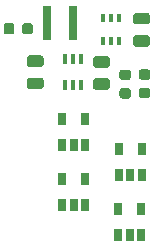
<source format=gbr>
G04 #@! TF.GenerationSoftware,KiCad,Pcbnew,(5.1.5)-3*
G04 #@! TF.CreationDate,2020-08-04T19:08:33+10:00*
G04 #@! TF.ProjectId,Interconnect,496e7465-7263-46f6-9e6e-6563742e6b69,rev 0.2*
G04 #@! TF.SameCoordinates,Original*
G04 #@! TF.FileFunction,Paste,Top*
G04 #@! TF.FilePolarity,Positive*
%FSLAX46Y46*%
G04 Gerber Fmt 4.6, Leading zero omitted, Abs format (unit mm)*
G04 Created by KiCad (PCBNEW (5.1.5)-3) date 2020-08-04 19:08:33*
%MOMM*%
%LPD*%
G04 APERTURE LIST*
%ADD10C,0.020000*%
%ADD11R,0.400000X0.650000*%
%ADD12R,0.650000X1.060000*%
%ADD13R,0.400000X0.900000*%
%ADD14R,0.800000X2.900000*%
G04 APERTURE END LIST*
D10*
G36*
X165123691Y-91869553D02*
G01*
X165144926Y-91872703D01*
X165165750Y-91877919D01*
X165185962Y-91885151D01*
X165205368Y-91894330D01*
X165223781Y-91905366D01*
X165241024Y-91918154D01*
X165256930Y-91932570D01*
X165271346Y-91948476D01*
X165284134Y-91965719D01*
X165295170Y-91984132D01*
X165304349Y-92003538D01*
X165311581Y-92023750D01*
X165316797Y-92044574D01*
X165319947Y-92065809D01*
X165321000Y-92087250D01*
X165321000Y-92524750D01*
X165319947Y-92546191D01*
X165316797Y-92567426D01*
X165311581Y-92588250D01*
X165304349Y-92608462D01*
X165295170Y-92627868D01*
X165284134Y-92646281D01*
X165271346Y-92663524D01*
X165256930Y-92679430D01*
X165241024Y-92693846D01*
X165223781Y-92706634D01*
X165205368Y-92717670D01*
X165185962Y-92726849D01*
X165165750Y-92734081D01*
X165144926Y-92739297D01*
X165123691Y-92742447D01*
X165102250Y-92743500D01*
X164589750Y-92743500D01*
X164568309Y-92742447D01*
X164547074Y-92739297D01*
X164526250Y-92734081D01*
X164506038Y-92726849D01*
X164486632Y-92717670D01*
X164468219Y-92706634D01*
X164450976Y-92693846D01*
X164435070Y-92679430D01*
X164420654Y-92663524D01*
X164407866Y-92646281D01*
X164396830Y-92627868D01*
X164387651Y-92608462D01*
X164380419Y-92588250D01*
X164375203Y-92567426D01*
X164372053Y-92546191D01*
X164371000Y-92524750D01*
X164371000Y-92087250D01*
X164372053Y-92065809D01*
X164375203Y-92044574D01*
X164380419Y-92023750D01*
X164387651Y-92003538D01*
X164396830Y-91984132D01*
X164407866Y-91965719D01*
X164420654Y-91948476D01*
X164435070Y-91932570D01*
X164450976Y-91918154D01*
X164468219Y-91905366D01*
X164486632Y-91894330D01*
X164506038Y-91885151D01*
X164526250Y-91877919D01*
X164547074Y-91872703D01*
X164568309Y-91869553D01*
X164589750Y-91868500D01*
X165102250Y-91868500D01*
X165123691Y-91869553D01*
G37*
G36*
X165123691Y-90294553D02*
G01*
X165144926Y-90297703D01*
X165165750Y-90302919D01*
X165185962Y-90310151D01*
X165205368Y-90319330D01*
X165223781Y-90330366D01*
X165241024Y-90343154D01*
X165256930Y-90357570D01*
X165271346Y-90373476D01*
X165284134Y-90390719D01*
X165295170Y-90409132D01*
X165304349Y-90428538D01*
X165311581Y-90448750D01*
X165316797Y-90469574D01*
X165319947Y-90490809D01*
X165321000Y-90512250D01*
X165321000Y-90949750D01*
X165319947Y-90971191D01*
X165316797Y-90992426D01*
X165311581Y-91013250D01*
X165304349Y-91033462D01*
X165295170Y-91052868D01*
X165284134Y-91071281D01*
X165271346Y-91088524D01*
X165256930Y-91104430D01*
X165241024Y-91118846D01*
X165223781Y-91131634D01*
X165205368Y-91142670D01*
X165185962Y-91151849D01*
X165165750Y-91159081D01*
X165144926Y-91164297D01*
X165123691Y-91167447D01*
X165102250Y-91168500D01*
X164589750Y-91168500D01*
X164568309Y-91167447D01*
X164547074Y-91164297D01*
X164526250Y-91159081D01*
X164506038Y-91151849D01*
X164486632Y-91142670D01*
X164468219Y-91131634D01*
X164450976Y-91118846D01*
X164435070Y-91104430D01*
X164420654Y-91088524D01*
X164407866Y-91071281D01*
X164396830Y-91052868D01*
X164387651Y-91033462D01*
X164380419Y-91013250D01*
X164375203Y-90992426D01*
X164372053Y-90971191D01*
X164371000Y-90949750D01*
X164371000Y-90512250D01*
X164372053Y-90490809D01*
X164375203Y-90469574D01*
X164380419Y-90448750D01*
X164387651Y-90428538D01*
X164396830Y-90409132D01*
X164407866Y-90390719D01*
X164420654Y-90373476D01*
X164435070Y-90357570D01*
X164450976Y-90343154D01*
X164468219Y-90330366D01*
X164486632Y-90319330D01*
X164506038Y-90310151D01*
X164526250Y-90302919D01*
X164547074Y-90297703D01*
X164568309Y-90294553D01*
X164589750Y-90293500D01*
X165102250Y-90293500D01*
X165123691Y-90294553D01*
G37*
G36*
X163472691Y-90317553D02*
G01*
X163493926Y-90320703D01*
X163514750Y-90325919D01*
X163534962Y-90333151D01*
X163554368Y-90342330D01*
X163572781Y-90353366D01*
X163590024Y-90366154D01*
X163605930Y-90380570D01*
X163620346Y-90396476D01*
X163633134Y-90413719D01*
X163644170Y-90432132D01*
X163653349Y-90451538D01*
X163660581Y-90471750D01*
X163665797Y-90492574D01*
X163668947Y-90513809D01*
X163670000Y-90535250D01*
X163670000Y-90972750D01*
X163668947Y-90994191D01*
X163665797Y-91015426D01*
X163660581Y-91036250D01*
X163653349Y-91056462D01*
X163644170Y-91075868D01*
X163633134Y-91094281D01*
X163620346Y-91111524D01*
X163605930Y-91127430D01*
X163590024Y-91141846D01*
X163572781Y-91154634D01*
X163554368Y-91165670D01*
X163534962Y-91174849D01*
X163514750Y-91182081D01*
X163493926Y-91187297D01*
X163472691Y-91190447D01*
X163451250Y-91191500D01*
X162938750Y-91191500D01*
X162917309Y-91190447D01*
X162896074Y-91187297D01*
X162875250Y-91182081D01*
X162855038Y-91174849D01*
X162835632Y-91165670D01*
X162817219Y-91154634D01*
X162799976Y-91141846D01*
X162784070Y-91127430D01*
X162769654Y-91111524D01*
X162756866Y-91094281D01*
X162745830Y-91075868D01*
X162736651Y-91056462D01*
X162729419Y-91036250D01*
X162724203Y-91015426D01*
X162721053Y-90994191D01*
X162720000Y-90972750D01*
X162720000Y-90535250D01*
X162721053Y-90513809D01*
X162724203Y-90492574D01*
X162729419Y-90471750D01*
X162736651Y-90451538D01*
X162745830Y-90432132D01*
X162756866Y-90413719D01*
X162769654Y-90396476D01*
X162784070Y-90380570D01*
X162799976Y-90366154D01*
X162817219Y-90353366D01*
X162835632Y-90342330D01*
X162855038Y-90333151D01*
X162875250Y-90325919D01*
X162896074Y-90320703D01*
X162917309Y-90317553D01*
X162938750Y-90316500D01*
X163451250Y-90316500D01*
X163472691Y-90317553D01*
G37*
G36*
X163472691Y-91892553D02*
G01*
X163493926Y-91895703D01*
X163514750Y-91900919D01*
X163534962Y-91908151D01*
X163554368Y-91917330D01*
X163572781Y-91928366D01*
X163590024Y-91941154D01*
X163605930Y-91955570D01*
X163620346Y-91971476D01*
X163633134Y-91988719D01*
X163644170Y-92007132D01*
X163653349Y-92026538D01*
X163660581Y-92046750D01*
X163665797Y-92067574D01*
X163668947Y-92088809D01*
X163670000Y-92110250D01*
X163670000Y-92547750D01*
X163668947Y-92569191D01*
X163665797Y-92590426D01*
X163660581Y-92611250D01*
X163653349Y-92631462D01*
X163644170Y-92650868D01*
X163633134Y-92669281D01*
X163620346Y-92686524D01*
X163605930Y-92702430D01*
X163590024Y-92716846D01*
X163572781Y-92729634D01*
X163554368Y-92740670D01*
X163534962Y-92749849D01*
X163514750Y-92757081D01*
X163493926Y-92762297D01*
X163472691Y-92765447D01*
X163451250Y-92766500D01*
X162938750Y-92766500D01*
X162917309Y-92765447D01*
X162896074Y-92762297D01*
X162875250Y-92757081D01*
X162855038Y-92749849D01*
X162835632Y-92740670D01*
X162817219Y-92729634D01*
X162799976Y-92716846D01*
X162784070Y-92702430D01*
X162769654Y-92686524D01*
X162756866Y-92669281D01*
X162745830Y-92650868D01*
X162736651Y-92631462D01*
X162729419Y-92611250D01*
X162724203Y-92590426D01*
X162721053Y-92569191D01*
X162720000Y-92547750D01*
X162720000Y-92110250D01*
X162721053Y-92088809D01*
X162724203Y-92067574D01*
X162729419Y-92046750D01*
X162736651Y-92026538D01*
X162745830Y-92007132D01*
X162756866Y-91988719D01*
X162769654Y-91971476D01*
X162784070Y-91955570D01*
X162799976Y-91941154D01*
X162817219Y-91928366D01*
X162835632Y-91917330D01*
X162855038Y-91908151D01*
X162875250Y-91900919D01*
X162896074Y-91895703D01*
X162917309Y-91892553D01*
X162938750Y-91891500D01*
X163451250Y-91891500D01*
X163472691Y-91892553D01*
G37*
G36*
X155180191Y-86394053D02*
G01*
X155201426Y-86397203D01*
X155222250Y-86402419D01*
X155242462Y-86409651D01*
X155261868Y-86418830D01*
X155280281Y-86429866D01*
X155297524Y-86442654D01*
X155313430Y-86457070D01*
X155327846Y-86472976D01*
X155340634Y-86490219D01*
X155351670Y-86508632D01*
X155360849Y-86528038D01*
X155368081Y-86548250D01*
X155373297Y-86569074D01*
X155376447Y-86590309D01*
X155377500Y-86611750D01*
X155377500Y-87124250D01*
X155376447Y-87145691D01*
X155373297Y-87166926D01*
X155368081Y-87187750D01*
X155360849Y-87207962D01*
X155351670Y-87227368D01*
X155340634Y-87245781D01*
X155327846Y-87263024D01*
X155313430Y-87278930D01*
X155297524Y-87293346D01*
X155280281Y-87306134D01*
X155261868Y-87317170D01*
X155242462Y-87326349D01*
X155222250Y-87333581D01*
X155201426Y-87338797D01*
X155180191Y-87341947D01*
X155158750Y-87343000D01*
X154721250Y-87343000D01*
X154699809Y-87341947D01*
X154678574Y-87338797D01*
X154657750Y-87333581D01*
X154637538Y-87326349D01*
X154618132Y-87317170D01*
X154599719Y-87306134D01*
X154582476Y-87293346D01*
X154566570Y-87278930D01*
X154552154Y-87263024D01*
X154539366Y-87245781D01*
X154528330Y-87227368D01*
X154519151Y-87207962D01*
X154511919Y-87187750D01*
X154506703Y-87166926D01*
X154503553Y-87145691D01*
X154502500Y-87124250D01*
X154502500Y-86611750D01*
X154503553Y-86590309D01*
X154506703Y-86569074D01*
X154511919Y-86548250D01*
X154519151Y-86528038D01*
X154528330Y-86508632D01*
X154539366Y-86490219D01*
X154552154Y-86472976D01*
X154566570Y-86457070D01*
X154582476Y-86442654D01*
X154599719Y-86429866D01*
X154618132Y-86418830D01*
X154637538Y-86409651D01*
X154657750Y-86402419D01*
X154678574Y-86397203D01*
X154699809Y-86394053D01*
X154721250Y-86393000D01*
X155158750Y-86393000D01*
X155180191Y-86394053D01*
G37*
G36*
X153605191Y-86394053D02*
G01*
X153626426Y-86397203D01*
X153647250Y-86402419D01*
X153667462Y-86409651D01*
X153686868Y-86418830D01*
X153705281Y-86429866D01*
X153722524Y-86442654D01*
X153738430Y-86457070D01*
X153752846Y-86472976D01*
X153765634Y-86490219D01*
X153776670Y-86508632D01*
X153785849Y-86528038D01*
X153793081Y-86548250D01*
X153798297Y-86569074D01*
X153801447Y-86590309D01*
X153802500Y-86611750D01*
X153802500Y-87124250D01*
X153801447Y-87145691D01*
X153798297Y-87166926D01*
X153793081Y-87187750D01*
X153785849Y-87207962D01*
X153776670Y-87227368D01*
X153765634Y-87245781D01*
X153752846Y-87263024D01*
X153738430Y-87278930D01*
X153722524Y-87293346D01*
X153705281Y-87306134D01*
X153686868Y-87317170D01*
X153667462Y-87326349D01*
X153647250Y-87333581D01*
X153626426Y-87338797D01*
X153605191Y-87341947D01*
X153583750Y-87343000D01*
X153146250Y-87343000D01*
X153124809Y-87341947D01*
X153103574Y-87338797D01*
X153082750Y-87333581D01*
X153062538Y-87326349D01*
X153043132Y-87317170D01*
X153024719Y-87306134D01*
X153007476Y-87293346D01*
X152991570Y-87278930D01*
X152977154Y-87263024D01*
X152964366Y-87245781D01*
X152953330Y-87227368D01*
X152944151Y-87207962D01*
X152936919Y-87187750D01*
X152931703Y-87166926D01*
X152928553Y-87145691D01*
X152927500Y-87124250D01*
X152927500Y-86611750D01*
X152928553Y-86590309D01*
X152931703Y-86569074D01*
X152936919Y-86548250D01*
X152944151Y-86528038D01*
X152953330Y-86508632D01*
X152964366Y-86490219D01*
X152977154Y-86472976D01*
X152991570Y-86457070D01*
X153007476Y-86442654D01*
X153024719Y-86429866D01*
X153043132Y-86418830D01*
X153062538Y-86409651D01*
X153082750Y-86402419D01*
X153103574Y-86397203D01*
X153124809Y-86394053D01*
X153146250Y-86393000D01*
X153583750Y-86393000D01*
X153605191Y-86394053D01*
G37*
D11*
X162642000Y-87890000D03*
X161342000Y-87890000D03*
X161992000Y-85990000D03*
X161992000Y-87890000D03*
X161342000Y-85990000D03*
X162642000Y-85990000D03*
D10*
G36*
X165072142Y-87397674D02*
G01*
X165095803Y-87401184D01*
X165119007Y-87406996D01*
X165141529Y-87415054D01*
X165163153Y-87425282D01*
X165183670Y-87437579D01*
X165202883Y-87451829D01*
X165220607Y-87467893D01*
X165236671Y-87485617D01*
X165250921Y-87504830D01*
X165263218Y-87525347D01*
X165273446Y-87546971D01*
X165281504Y-87569493D01*
X165287316Y-87592697D01*
X165290826Y-87616358D01*
X165292000Y-87640250D01*
X165292000Y-88127750D01*
X165290826Y-88151642D01*
X165287316Y-88175303D01*
X165281504Y-88198507D01*
X165273446Y-88221029D01*
X165263218Y-88242653D01*
X165250921Y-88263170D01*
X165236671Y-88282383D01*
X165220607Y-88300107D01*
X165202883Y-88316171D01*
X165183670Y-88330421D01*
X165163153Y-88342718D01*
X165141529Y-88352946D01*
X165119007Y-88361004D01*
X165095803Y-88366816D01*
X165072142Y-88370326D01*
X165048250Y-88371500D01*
X164135750Y-88371500D01*
X164111858Y-88370326D01*
X164088197Y-88366816D01*
X164064993Y-88361004D01*
X164042471Y-88352946D01*
X164020847Y-88342718D01*
X164000330Y-88330421D01*
X163981117Y-88316171D01*
X163963393Y-88300107D01*
X163947329Y-88282383D01*
X163933079Y-88263170D01*
X163920782Y-88242653D01*
X163910554Y-88221029D01*
X163902496Y-88198507D01*
X163896684Y-88175303D01*
X163893174Y-88151642D01*
X163892000Y-88127750D01*
X163892000Y-87640250D01*
X163893174Y-87616358D01*
X163896684Y-87592697D01*
X163902496Y-87569493D01*
X163910554Y-87546971D01*
X163920782Y-87525347D01*
X163933079Y-87504830D01*
X163947329Y-87485617D01*
X163963393Y-87467893D01*
X163981117Y-87451829D01*
X164000330Y-87437579D01*
X164020847Y-87425282D01*
X164042471Y-87415054D01*
X164064993Y-87406996D01*
X164088197Y-87401184D01*
X164111858Y-87397674D01*
X164135750Y-87396500D01*
X165048250Y-87396500D01*
X165072142Y-87397674D01*
G37*
G36*
X165072142Y-85522674D02*
G01*
X165095803Y-85526184D01*
X165119007Y-85531996D01*
X165141529Y-85540054D01*
X165163153Y-85550282D01*
X165183670Y-85562579D01*
X165202883Y-85576829D01*
X165220607Y-85592893D01*
X165236671Y-85610617D01*
X165250921Y-85629830D01*
X165263218Y-85650347D01*
X165273446Y-85671971D01*
X165281504Y-85694493D01*
X165287316Y-85717697D01*
X165290826Y-85741358D01*
X165292000Y-85765250D01*
X165292000Y-86252750D01*
X165290826Y-86276642D01*
X165287316Y-86300303D01*
X165281504Y-86323507D01*
X165273446Y-86346029D01*
X165263218Y-86367653D01*
X165250921Y-86388170D01*
X165236671Y-86407383D01*
X165220607Y-86425107D01*
X165202883Y-86441171D01*
X165183670Y-86455421D01*
X165163153Y-86467718D01*
X165141529Y-86477946D01*
X165119007Y-86486004D01*
X165095803Y-86491816D01*
X165072142Y-86495326D01*
X165048250Y-86496500D01*
X164135750Y-86496500D01*
X164111858Y-86495326D01*
X164088197Y-86491816D01*
X164064993Y-86486004D01*
X164042471Y-86477946D01*
X164020847Y-86467718D01*
X164000330Y-86455421D01*
X163981117Y-86441171D01*
X163963393Y-86425107D01*
X163947329Y-86407383D01*
X163933079Y-86388170D01*
X163920782Y-86367653D01*
X163910554Y-86346029D01*
X163902496Y-86323507D01*
X163896684Y-86300303D01*
X163893174Y-86276642D01*
X163892000Y-86252750D01*
X163892000Y-85765250D01*
X163893174Y-85741358D01*
X163896684Y-85717697D01*
X163902496Y-85694493D01*
X163910554Y-85671971D01*
X163920782Y-85650347D01*
X163933079Y-85629830D01*
X163947329Y-85610617D01*
X163963393Y-85592893D01*
X163981117Y-85576829D01*
X164000330Y-85562579D01*
X164020847Y-85550282D01*
X164042471Y-85540054D01*
X164064993Y-85531996D01*
X164088197Y-85526184D01*
X164111858Y-85522674D01*
X164135750Y-85521500D01*
X165048250Y-85521500D01*
X165072142Y-85522674D01*
G37*
D12*
X162626000Y-102108000D03*
X164526000Y-102108000D03*
X164526000Y-104308000D03*
X163576000Y-104308000D03*
X162626000Y-104308000D03*
X157882000Y-99568000D03*
X159782000Y-99568000D03*
X159782000Y-101768000D03*
X158832000Y-101768000D03*
X157882000Y-101768000D03*
X162692000Y-97028000D03*
X164592000Y-97028000D03*
X164592000Y-99228000D03*
X163642000Y-99228000D03*
X162692000Y-99228000D03*
X157882000Y-94488000D03*
X159782000Y-94488000D03*
X159782000Y-96688000D03*
X158832000Y-96688000D03*
X157882000Y-96688000D03*
D13*
X158142000Y-89440000D03*
X159442000Y-89440000D03*
X158792000Y-91640000D03*
X158792000Y-89440000D03*
X159442000Y-91640000D03*
X158142000Y-91640000D03*
D14*
X158792000Y-86340000D03*
X156592000Y-86340000D03*
D10*
G36*
X161672142Y-91053674D02*
G01*
X161695803Y-91057184D01*
X161719007Y-91062996D01*
X161741529Y-91071054D01*
X161763153Y-91081282D01*
X161783670Y-91093579D01*
X161802883Y-91107829D01*
X161820607Y-91123893D01*
X161836671Y-91141617D01*
X161850921Y-91160830D01*
X161863218Y-91181347D01*
X161873446Y-91202971D01*
X161881504Y-91225493D01*
X161887316Y-91248697D01*
X161890826Y-91272358D01*
X161892000Y-91296250D01*
X161892000Y-91783750D01*
X161890826Y-91807642D01*
X161887316Y-91831303D01*
X161881504Y-91854507D01*
X161873446Y-91877029D01*
X161863218Y-91898653D01*
X161850921Y-91919170D01*
X161836671Y-91938383D01*
X161820607Y-91956107D01*
X161802883Y-91972171D01*
X161783670Y-91986421D01*
X161763153Y-91998718D01*
X161741529Y-92008946D01*
X161719007Y-92017004D01*
X161695803Y-92022816D01*
X161672142Y-92026326D01*
X161648250Y-92027500D01*
X160735750Y-92027500D01*
X160711858Y-92026326D01*
X160688197Y-92022816D01*
X160664993Y-92017004D01*
X160642471Y-92008946D01*
X160620847Y-91998718D01*
X160600330Y-91986421D01*
X160581117Y-91972171D01*
X160563393Y-91956107D01*
X160547329Y-91938383D01*
X160533079Y-91919170D01*
X160520782Y-91898653D01*
X160510554Y-91877029D01*
X160502496Y-91854507D01*
X160496684Y-91831303D01*
X160493174Y-91807642D01*
X160492000Y-91783750D01*
X160492000Y-91296250D01*
X160493174Y-91272358D01*
X160496684Y-91248697D01*
X160502496Y-91225493D01*
X160510554Y-91202971D01*
X160520782Y-91181347D01*
X160533079Y-91160830D01*
X160547329Y-91141617D01*
X160563393Y-91123893D01*
X160581117Y-91107829D01*
X160600330Y-91093579D01*
X160620847Y-91081282D01*
X160642471Y-91071054D01*
X160664993Y-91062996D01*
X160688197Y-91057184D01*
X160711858Y-91053674D01*
X160735750Y-91052500D01*
X161648250Y-91052500D01*
X161672142Y-91053674D01*
G37*
G36*
X161672142Y-89178674D02*
G01*
X161695803Y-89182184D01*
X161719007Y-89187996D01*
X161741529Y-89196054D01*
X161763153Y-89206282D01*
X161783670Y-89218579D01*
X161802883Y-89232829D01*
X161820607Y-89248893D01*
X161836671Y-89266617D01*
X161850921Y-89285830D01*
X161863218Y-89306347D01*
X161873446Y-89327971D01*
X161881504Y-89350493D01*
X161887316Y-89373697D01*
X161890826Y-89397358D01*
X161892000Y-89421250D01*
X161892000Y-89908750D01*
X161890826Y-89932642D01*
X161887316Y-89956303D01*
X161881504Y-89979507D01*
X161873446Y-90002029D01*
X161863218Y-90023653D01*
X161850921Y-90044170D01*
X161836671Y-90063383D01*
X161820607Y-90081107D01*
X161802883Y-90097171D01*
X161783670Y-90111421D01*
X161763153Y-90123718D01*
X161741529Y-90133946D01*
X161719007Y-90142004D01*
X161695803Y-90147816D01*
X161672142Y-90151326D01*
X161648250Y-90152500D01*
X160735750Y-90152500D01*
X160711858Y-90151326D01*
X160688197Y-90147816D01*
X160664993Y-90142004D01*
X160642471Y-90133946D01*
X160620847Y-90123718D01*
X160600330Y-90111421D01*
X160581117Y-90097171D01*
X160563393Y-90081107D01*
X160547329Y-90063383D01*
X160533079Y-90044170D01*
X160520782Y-90023653D01*
X160510554Y-90002029D01*
X160502496Y-89979507D01*
X160496684Y-89956303D01*
X160493174Y-89932642D01*
X160492000Y-89908750D01*
X160492000Y-89421250D01*
X160493174Y-89397358D01*
X160496684Y-89373697D01*
X160502496Y-89350493D01*
X160510554Y-89327971D01*
X160520782Y-89306347D01*
X160533079Y-89285830D01*
X160547329Y-89266617D01*
X160563393Y-89248893D01*
X160581117Y-89232829D01*
X160600330Y-89218579D01*
X160620847Y-89206282D01*
X160642471Y-89196054D01*
X160664993Y-89187996D01*
X160688197Y-89182184D01*
X160711858Y-89178674D01*
X160735750Y-89177500D01*
X161648250Y-89177500D01*
X161672142Y-89178674D01*
G37*
G36*
X156072142Y-90991174D02*
G01*
X156095803Y-90994684D01*
X156119007Y-91000496D01*
X156141529Y-91008554D01*
X156163153Y-91018782D01*
X156183670Y-91031079D01*
X156202883Y-91045329D01*
X156220607Y-91061393D01*
X156236671Y-91079117D01*
X156250921Y-91098330D01*
X156263218Y-91118847D01*
X156273446Y-91140471D01*
X156281504Y-91162993D01*
X156287316Y-91186197D01*
X156290826Y-91209858D01*
X156292000Y-91233750D01*
X156292000Y-91721250D01*
X156290826Y-91745142D01*
X156287316Y-91768803D01*
X156281504Y-91792007D01*
X156273446Y-91814529D01*
X156263218Y-91836153D01*
X156250921Y-91856670D01*
X156236671Y-91875883D01*
X156220607Y-91893607D01*
X156202883Y-91909671D01*
X156183670Y-91923921D01*
X156163153Y-91936218D01*
X156141529Y-91946446D01*
X156119007Y-91954504D01*
X156095803Y-91960316D01*
X156072142Y-91963826D01*
X156048250Y-91965000D01*
X155135750Y-91965000D01*
X155111858Y-91963826D01*
X155088197Y-91960316D01*
X155064993Y-91954504D01*
X155042471Y-91946446D01*
X155020847Y-91936218D01*
X155000330Y-91923921D01*
X154981117Y-91909671D01*
X154963393Y-91893607D01*
X154947329Y-91875883D01*
X154933079Y-91856670D01*
X154920782Y-91836153D01*
X154910554Y-91814529D01*
X154902496Y-91792007D01*
X154896684Y-91768803D01*
X154893174Y-91745142D01*
X154892000Y-91721250D01*
X154892000Y-91233750D01*
X154893174Y-91209858D01*
X154896684Y-91186197D01*
X154902496Y-91162993D01*
X154910554Y-91140471D01*
X154920782Y-91118847D01*
X154933079Y-91098330D01*
X154947329Y-91079117D01*
X154963393Y-91061393D01*
X154981117Y-91045329D01*
X155000330Y-91031079D01*
X155020847Y-91018782D01*
X155042471Y-91008554D01*
X155064993Y-91000496D01*
X155088197Y-90994684D01*
X155111858Y-90991174D01*
X155135750Y-90990000D01*
X156048250Y-90990000D01*
X156072142Y-90991174D01*
G37*
G36*
X156072142Y-89116174D02*
G01*
X156095803Y-89119684D01*
X156119007Y-89125496D01*
X156141529Y-89133554D01*
X156163153Y-89143782D01*
X156183670Y-89156079D01*
X156202883Y-89170329D01*
X156220607Y-89186393D01*
X156236671Y-89204117D01*
X156250921Y-89223330D01*
X156263218Y-89243847D01*
X156273446Y-89265471D01*
X156281504Y-89287993D01*
X156287316Y-89311197D01*
X156290826Y-89334858D01*
X156292000Y-89358750D01*
X156292000Y-89846250D01*
X156290826Y-89870142D01*
X156287316Y-89893803D01*
X156281504Y-89917007D01*
X156273446Y-89939529D01*
X156263218Y-89961153D01*
X156250921Y-89981670D01*
X156236671Y-90000883D01*
X156220607Y-90018607D01*
X156202883Y-90034671D01*
X156183670Y-90048921D01*
X156163153Y-90061218D01*
X156141529Y-90071446D01*
X156119007Y-90079504D01*
X156095803Y-90085316D01*
X156072142Y-90088826D01*
X156048250Y-90090000D01*
X155135750Y-90090000D01*
X155111858Y-90088826D01*
X155088197Y-90085316D01*
X155064993Y-90079504D01*
X155042471Y-90071446D01*
X155020847Y-90061218D01*
X155000330Y-90048921D01*
X154981117Y-90034671D01*
X154963393Y-90018607D01*
X154947329Y-90000883D01*
X154933079Y-89981670D01*
X154920782Y-89961153D01*
X154910554Y-89939529D01*
X154902496Y-89917007D01*
X154896684Y-89893803D01*
X154893174Y-89870142D01*
X154892000Y-89846250D01*
X154892000Y-89358750D01*
X154893174Y-89334858D01*
X154896684Y-89311197D01*
X154902496Y-89287993D01*
X154910554Y-89265471D01*
X154920782Y-89243847D01*
X154933079Y-89223330D01*
X154947329Y-89204117D01*
X154963393Y-89186393D01*
X154981117Y-89170329D01*
X155000330Y-89156079D01*
X155020847Y-89143782D01*
X155042471Y-89133554D01*
X155064993Y-89125496D01*
X155088197Y-89119684D01*
X155111858Y-89116174D01*
X155135750Y-89115000D01*
X156048250Y-89115000D01*
X156072142Y-89116174D01*
G37*
M02*

</source>
